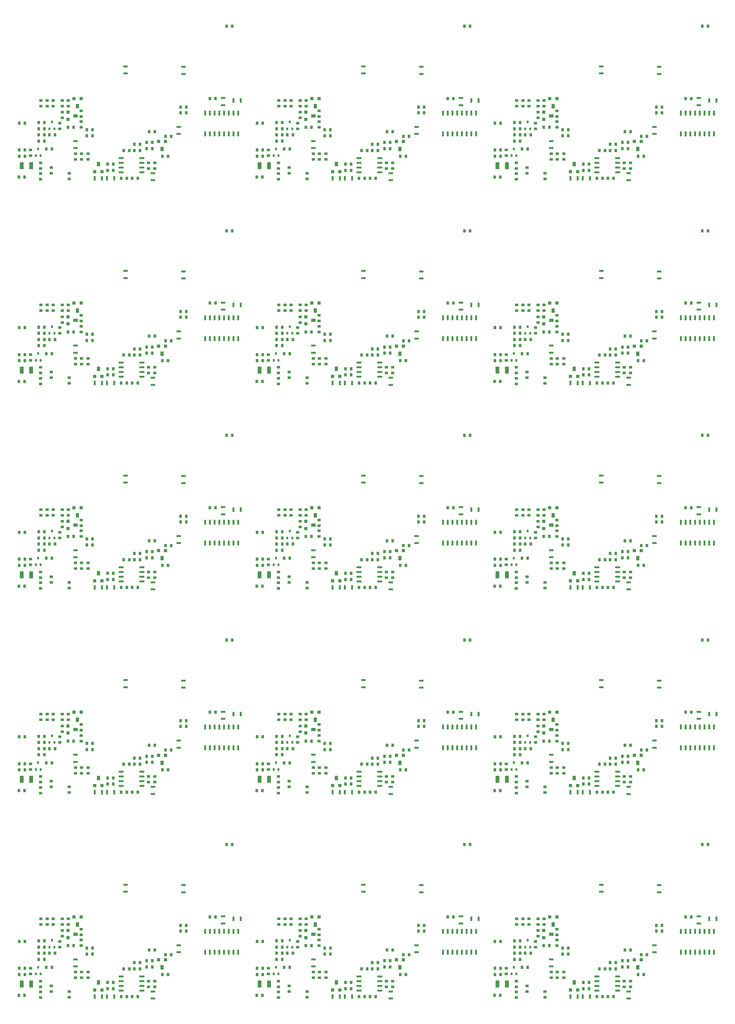
<source format=gtp>
*%FSLAX23Y23*%
*%MOIN*%
G01*
%ADD11C,0.003*%
%ADD12C,0.004*%
%ADD13C,0.005*%
%ADD14C,0.007*%
%ADD15C,0.008*%
%ADD16C,0.010*%
%ADD17C,0.012*%
%ADD18C,0.014*%
%ADD19C,0.016*%
%ADD20C,0.020*%
%ADD21O,0.020X0.056*%
%ADD22C,0.024*%
%ADD23O,0.024X0.060*%
%ADD24C,0.032*%
%ADD25C,0.035*%
%ADD26C,0.036*%
%ADD27C,0.039*%
%ADD28C,0.039*%
%ADD29C,0.047*%
%ADD30C,0.050*%
%ADD31C,0.051*%
%ADD32O,0.055X0.071*%
%ADD33O,0.056X0.020*%
%ADD34C,0.059*%
%ADD35O,0.060X0.024*%
%ADD36C,0.060*%
%ADD37C,0.063*%
%ADD38C,0.067*%
%ADD39C,0.068*%
%ADD40C,0.070*%
%ADD41C,0.071*%
%ADD42C,0.072*%
%ADD43C,0.076*%
%ADD44C,0.078*%
%ADD45C,0.079*%
%ADD46C,0.079*%
%ADD47C,0.080*%
%ADD48C,0.080*%
%ADD49C,0.087*%
%ADD50C,0.091*%
%ADD51C,0.098*%
%ADD52C,0.099*%
%ADD53C,0.100*%
%ADD54C,0.100*%
%ADD55C,0.103*%
%ADD56C,0.107*%
%ADD57C,0.157*%
%ADD58C,0.197*%
%ADD59R,0.023X0.028*%
%ADD60R,0.023X0.047*%
%ADD61R,0.025X0.030*%
%ADD62R,0.028X0.038*%
%ADD63R,0.030X0.040*%
%ADD64R,0.031X0.055*%
%ADD65R,0.036X0.036*%
%ADD66R,0.036X0.046*%
%ADD67R,0.038X0.028*%
%ADD68R,0.040X0.030*%
%ADD69R,0.040X0.040*%
%ADD70R,0.040X0.050*%
%ADD71R,0.042X0.072*%
%ADD72R,0.046X0.036*%
%ADD73R,0.047X0.023*%
%ADD74R,0.050X0.040*%
%ADD75R,0.050X0.080*%
%ADD76R,0.055X0.031*%
%ADD77R,0.063X0.063*%
%ADD78R,0.071X0.071*%
%ADD79R,0.078X0.078*%
%ADD80R,0.079X0.079*%
%ADD81R,0.098X0.098*%
D21*
X13405Y12022D02*
D03*
X13305D02*
D03*
X13405Y11802D02*
D03*
X13355Y12022D02*
D03*
Y11802D02*
D03*
X13555Y12022D02*
D03*
X13505D02*
D03*
X13455D02*
D03*
X13555Y11802D02*
D03*
X13505D02*
D03*
X13455D02*
D03*
X13255D02*
D03*
X13305D02*
D03*
X13255Y12022D02*
D03*
X13205D02*
D03*
Y11802D02*
D03*
X10885Y12022D02*
D03*
X10785D02*
D03*
X10885Y11802D02*
D03*
X10835Y12022D02*
D03*
Y11802D02*
D03*
X11035Y12022D02*
D03*
X10985D02*
D03*
X10935D02*
D03*
X11035Y11802D02*
D03*
X10985D02*
D03*
X10935D02*
D03*
X10735D02*
D03*
X10785D02*
D03*
X10735Y12022D02*
D03*
X10685D02*
D03*
Y11802D02*
D03*
X8365Y12022D02*
D03*
X8265D02*
D03*
X8365Y11802D02*
D03*
X8315Y12022D02*
D03*
Y11802D02*
D03*
X8515Y12022D02*
D03*
X8465D02*
D03*
X8415D02*
D03*
X8515Y11802D02*
D03*
X8465D02*
D03*
X8415D02*
D03*
X8215D02*
D03*
X8265D02*
D03*
X8215Y12022D02*
D03*
X8165D02*
D03*
Y11802D02*
D03*
X13405Y9857D02*
D03*
X13305D02*
D03*
X13405Y9637D02*
D03*
X13355Y9857D02*
D03*
Y9637D02*
D03*
X13555Y9857D02*
D03*
X13505D02*
D03*
X13455D02*
D03*
X13555Y9637D02*
D03*
X13505D02*
D03*
X13455D02*
D03*
X13255D02*
D03*
X13305D02*
D03*
X13255Y9857D02*
D03*
X13205D02*
D03*
Y9637D02*
D03*
X10885Y9857D02*
D03*
X10785D02*
D03*
X10885Y9637D02*
D03*
X10835Y9857D02*
D03*
Y9637D02*
D03*
X11035Y9857D02*
D03*
X10985D02*
D03*
X10935D02*
D03*
X11035Y9637D02*
D03*
X10985D02*
D03*
X10935D02*
D03*
X10735D02*
D03*
X10785D02*
D03*
X10735Y9857D02*
D03*
X10685D02*
D03*
Y9637D02*
D03*
X8365Y9857D02*
D03*
X8265D02*
D03*
X8365Y9637D02*
D03*
X8315Y9857D02*
D03*
Y9637D02*
D03*
X8515Y9857D02*
D03*
X8465D02*
D03*
X8415D02*
D03*
X8515Y9637D02*
D03*
X8465D02*
D03*
X8415D02*
D03*
X8215D02*
D03*
X8265D02*
D03*
X8215Y9857D02*
D03*
X8165D02*
D03*
Y9637D02*
D03*
X13405Y7692D02*
D03*
X13305D02*
D03*
X13405Y7472D02*
D03*
X13355Y7692D02*
D03*
Y7472D02*
D03*
X13555Y7692D02*
D03*
X13505D02*
D03*
X13455D02*
D03*
X13555Y7472D02*
D03*
X13505D02*
D03*
X13455D02*
D03*
X13255D02*
D03*
X13305D02*
D03*
X13255Y7692D02*
D03*
X13205D02*
D03*
Y7472D02*
D03*
X10885Y7692D02*
D03*
X10785D02*
D03*
X10885Y7472D02*
D03*
X10835Y7692D02*
D03*
Y7472D02*
D03*
X11035Y7692D02*
D03*
X10985D02*
D03*
X10935D02*
D03*
X11035Y7472D02*
D03*
X10985D02*
D03*
X10935D02*
D03*
X10735D02*
D03*
X10785D02*
D03*
X10735Y7692D02*
D03*
X10685D02*
D03*
Y7472D02*
D03*
X8365Y7692D02*
D03*
X8265D02*
D03*
X8365Y7472D02*
D03*
X8315Y7692D02*
D03*
Y7472D02*
D03*
X8515Y7692D02*
D03*
X8465D02*
D03*
X8415D02*
D03*
X8515Y7472D02*
D03*
X8465D02*
D03*
X8415D02*
D03*
X8215D02*
D03*
X8265D02*
D03*
X8215Y7692D02*
D03*
X8165D02*
D03*
Y7472D02*
D03*
X13405Y5527D02*
D03*
X13305D02*
D03*
X13405Y5307D02*
D03*
X13355Y5527D02*
D03*
Y5307D02*
D03*
X13555Y5527D02*
D03*
X13505D02*
D03*
X13455D02*
D03*
X13555Y5307D02*
D03*
X13505D02*
D03*
X13455D02*
D03*
X13255D02*
D03*
X13305D02*
D03*
X13255Y5527D02*
D03*
X13205D02*
D03*
Y5307D02*
D03*
X10885Y5527D02*
D03*
X10785D02*
D03*
X10885Y5307D02*
D03*
X10835Y5527D02*
D03*
Y5307D02*
D03*
X11035Y5527D02*
D03*
X10985D02*
D03*
X10935D02*
D03*
X11035Y5307D02*
D03*
X10985D02*
D03*
X10935D02*
D03*
X10735D02*
D03*
X10785D02*
D03*
X10735Y5527D02*
D03*
X10685D02*
D03*
Y5307D02*
D03*
X8365Y5527D02*
D03*
X8265D02*
D03*
X8365Y5307D02*
D03*
X8315Y5527D02*
D03*
Y5307D02*
D03*
X8515Y5527D02*
D03*
X8465D02*
D03*
X8415D02*
D03*
X8515Y5307D02*
D03*
X8465D02*
D03*
X8415D02*
D03*
X8215D02*
D03*
X8265D02*
D03*
X8215Y5527D02*
D03*
X8165D02*
D03*
Y5307D02*
D03*
X13405Y3362D02*
D03*
X13305D02*
D03*
X13405Y3142D02*
D03*
X13355Y3362D02*
D03*
Y3142D02*
D03*
X13555Y3362D02*
D03*
X13505D02*
D03*
X13455D02*
D03*
X13555Y3142D02*
D03*
X13505D02*
D03*
X13455D02*
D03*
X13255D02*
D03*
X13305D02*
D03*
X13255Y3362D02*
D03*
X13205D02*
D03*
Y3142D02*
D03*
X10885Y3362D02*
D03*
X10785D02*
D03*
X10885Y3142D02*
D03*
X10835Y3362D02*
D03*
Y3142D02*
D03*
X11035Y3362D02*
D03*
X10985D02*
D03*
X10935D02*
D03*
X11035Y3142D02*
D03*
X10985D02*
D03*
X10935D02*
D03*
X10735D02*
D03*
X10785D02*
D03*
X10735Y3362D02*
D03*
X10685D02*
D03*
Y3142D02*
D03*
X8165D02*
D03*
Y3362D02*
D03*
X8215D02*
D03*
X8265Y3142D02*
D03*
X8215D02*
D03*
X8415D02*
D03*
X8465D02*
D03*
X8515D02*
D03*
X8415Y3362D02*
D03*
X8465D02*
D03*
X8515D02*
D03*
X8315Y3142D02*
D03*
Y3362D02*
D03*
X8365Y3142D02*
D03*
X8265Y3362D02*
D03*
X8365D02*
D03*
D33*
X12315Y11497D02*
D03*
Y11447D02*
D03*
Y11397D02*
D03*
X12535D02*
D03*
Y11447D02*
D03*
Y11497D02*
D03*
Y11547D02*
D03*
X12315D02*
D03*
X9795Y11497D02*
D03*
Y11447D02*
D03*
Y11397D02*
D03*
X10015D02*
D03*
Y11447D02*
D03*
Y11497D02*
D03*
Y11547D02*
D03*
X9795D02*
D03*
X7275Y11497D02*
D03*
Y11447D02*
D03*
Y11397D02*
D03*
X7495D02*
D03*
Y11447D02*
D03*
Y11497D02*
D03*
Y11547D02*
D03*
X7275D02*
D03*
X12315Y9332D02*
D03*
Y9282D02*
D03*
Y9232D02*
D03*
X12535D02*
D03*
Y9282D02*
D03*
Y9332D02*
D03*
Y9382D02*
D03*
X12315D02*
D03*
X9795Y9332D02*
D03*
Y9282D02*
D03*
Y9232D02*
D03*
X10015D02*
D03*
Y9282D02*
D03*
Y9332D02*
D03*
Y9382D02*
D03*
X9795D02*
D03*
X7275Y9332D02*
D03*
Y9282D02*
D03*
Y9232D02*
D03*
X7495D02*
D03*
Y9282D02*
D03*
Y9332D02*
D03*
Y9382D02*
D03*
X7275D02*
D03*
X12315Y7167D02*
D03*
Y7117D02*
D03*
Y7067D02*
D03*
X12535D02*
D03*
Y7117D02*
D03*
Y7167D02*
D03*
Y7217D02*
D03*
X12315D02*
D03*
X9795Y7167D02*
D03*
Y7117D02*
D03*
Y7067D02*
D03*
X10015D02*
D03*
Y7117D02*
D03*
Y7167D02*
D03*
Y7217D02*
D03*
X9795D02*
D03*
X7275Y7167D02*
D03*
Y7117D02*
D03*
Y7067D02*
D03*
X7495D02*
D03*
Y7117D02*
D03*
Y7167D02*
D03*
Y7217D02*
D03*
X7275D02*
D03*
X12315Y5002D02*
D03*
Y4952D02*
D03*
Y4902D02*
D03*
X12535D02*
D03*
Y4952D02*
D03*
Y5002D02*
D03*
Y5052D02*
D03*
X12315D02*
D03*
X9795Y5002D02*
D03*
Y4952D02*
D03*
Y4902D02*
D03*
X10015D02*
D03*
Y4952D02*
D03*
Y5002D02*
D03*
Y5052D02*
D03*
X9795D02*
D03*
X7275Y5002D02*
D03*
Y4952D02*
D03*
Y4902D02*
D03*
X7495D02*
D03*
Y4952D02*
D03*
Y5002D02*
D03*
Y5052D02*
D03*
X7275D02*
D03*
X12315Y2837D02*
D03*
Y2787D02*
D03*
Y2737D02*
D03*
X12535D02*
D03*
Y2787D02*
D03*
Y2837D02*
D03*
Y2887D02*
D03*
X12315D02*
D03*
X9795Y2837D02*
D03*
Y2787D02*
D03*
Y2737D02*
D03*
X10015D02*
D03*
Y2787D02*
D03*
Y2837D02*
D03*
Y2887D02*
D03*
X9795D02*
D03*
X7275D02*
D03*
X7495D02*
D03*
Y2837D02*
D03*
Y2787D02*
D03*
Y2737D02*
D03*
X7275D02*
D03*
Y2787D02*
D03*
Y2837D02*
D03*
D59*
X11409Y11572D02*
D03*
X11435Y11643D02*
D03*
X11461Y11572D02*
D03*
X11606Y11857D02*
D03*
X11580Y11928D02*
D03*
X11554Y11857D02*
D03*
X8889Y11572D02*
D03*
X8915Y11643D02*
D03*
X8941Y11572D02*
D03*
X9086Y11857D02*
D03*
X9060Y11928D02*
D03*
X9034Y11857D02*
D03*
X6369Y11572D02*
D03*
X6395Y11643D02*
D03*
X6421Y11572D02*
D03*
X6566Y11857D02*
D03*
X6540Y11928D02*
D03*
X6514Y11857D02*
D03*
X11409Y9407D02*
D03*
X11435Y9478D02*
D03*
X11461Y9407D02*
D03*
X11606Y9692D02*
D03*
X11580Y9763D02*
D03*
X11554Y9692D02*
D03*
X8889Y9407D02*
D03*
X8915Y9478D02*
D03*
X8941Y9407D02*
D03*
X9086Y9692D02*
D03*
X9060Y9763D02*
D03*
X9034Y9692D02*
D03*
X6369Y9407D02*
D03*
X6395Y9478D02*
D03*
X6421Y9407D02*
D03*
X6566Y9692D02*
D03*
X6540Y9763D02*
D03*
X6514Y9692D02*
D03*
X11409Y7242D02*
D03*
X11435Y7313D02*
D03*
X11461Y7242D02*
D03*
X11606Y7527D02*
D03*
X11580Y7598D02*
D03*
X11554Y7527D02*
D03*
X8889Y7242D02*
D03*
X8915Y7313D02*
D03*
X8941Y7242D02*
D03*
X9086Y7527D02*
D03*
X9060Y7598D02*
D03*
X9034Y7527D02*
D03*
X6369Y7242D02*
D03*
X6395Y7313D02*
D03*
X6421Y7242D02*
D03*
X6566Y7527D02*
D03*
X6540Y7598D02*
D03*
X6514Y7527D02*
D03*
X11409Y5077D02*
D03*
X11435Y5148D02*
D03*
X11461Y5077D02*
D03*
X11606Y5362D02*
D03*
X11580Y5433D02*
D03*
X11554Y5362D02*
D03*
X8889Y5077D02*
D03*
X8915Y5148D02*
D03*
X8941Y5077D02*
D03*
X9086Y5362D02*
D03*
X9060Y5433D02*
D03*
X9034Y5362D02*
D03*
X6369Y5077D02*
D03*
X6395Y5148D02*
D03*
X6421Y5077D02*
D03*
X6566Y5362D02*
D03*
X6540Y5433D02*
D03*
X6514Y5362D02*
D03*
X11409Y2912D02*
D03*
X11435Y2983D02*
D03*
X11461Y2912D02*
D03*
X11606Y3197D02*
D03*
X11580Y3268D02*
D03*
X11554Y3197D02*
D03*
X8889Y2912D02*
D03*
X8915Y2983D02*
D03*
X8941Y2912D02*
D03*
X9086Y3197D02*
D03*
X9060Y3268D02*
D03*
X9034Y3197D02*
D03*
X6421Y2912D02*
D03*
X6395Y2983D02*
D03*
X6369Y2912D02*
D03*
X6514Y3197D02*
D03*
X6540Y3268D02*
D03*
X6566Y3197D02*
D03*
D60*
X12035Y11332D02*
D03*
X12110D02*
D03*
X12165D02*
D03*
X12240D02*
D03*
X13580Y12157D02*
D03*
X13505D02*
D03*
X9515Y11332D02*
D03*
X9590D02*
D03*
X9645D02*
D03*
X9720D02*
D03*
X11060Y12157D02*
D03*
X10985D02*
D03*
X6995Y11332D02*
D03*
X7070D02*
D03*
X7125D02*
D03*
X7200D02*
D03*
X8540Y12157D02*
D03*
X8465D02*
D03*
X12035Y9167D02*
D03*
X12110D02*
D03*
X12165D02*
D03*
X12240D02*
D03*
X13580Y9992D02*
D03*
X13505D02*
D03*
X9515Y9167D02*
D03*
X9590D02*
D03*
X9645D02*
D03*
X9720D02*
D03*
X11060Y9992D02*
D03*
X10985D02*
D03*
X6995Y9167D02*
D03*
X7070D02*
D03*
X7125D02*
D03*
X7200D02*
D03*
X8540Y9992D02*
D03*
X8465D02*
D03*
X12035Y7002D02*
D03*
X12110D02*
D03*
X12165D02*
D03*
X12240D02*
D03*
X13580Y7827D02*
D03*
X13505D02*
D03*
X9515Y7002D02*
D03*
X9590D02*
D03*
X9645D02*
D03*
X9720D02*
D03*
X11060Y7827D02*
D03*
X10985D02*
D03*
X6995Y7002D02*
D03*
X7070D02*
D03*
X7125D02*
D03*
X7200D02*
D03*
X8540Y7827D02*
D03*
X8465D02*
D03*
X12035Y4837D02*
D03*
X12110D02*
D03*
X12165D02*
D03*
X12240D02*
D03*
X13580Y5662D02*
D03*
X13505D02*
D03*
X9515Y4837D02*
D03*
X9590D02*
D03*
X9645D02*
D03*
X9720D02*
D03*
X11060Y5662D02*
D03*
X10985D02*
D03*
X6995Y4837D02*
D03*
X7070D02*
D03*
X7125D02*
D03*
X7200D02*
D03*
X8540Y5662D02*
D03*
X8465D02*
D03*
X12035Y2672D02*
D03*
X12110D02*
D03*
X12165D02*
D03*
X12240D02*
D03*
X13580Y3497D02*
D03*
X13505D02*
D03*
X9515Y2672D02*
D03*
X9590D02*
D03*
X9645D02*
D03*
X9720D02*
D03*
X11060Y3497D02*
D03*
X10985D02*
D03*
X7070Y2672D02*
D03*
X6995D02*
D03*
X7200D02*
D03*
X7125D02*
D03*
X8465Y3497D02*
D03*
X8540D02*
D03*
D62*
X12945Y12087D02*
D03*
X13005D02*
D03*
X11615Y11792D02*
D03*
X11555D02*
D03*
X11520Y11642D02*
D03*
X11580D02*
D03*
X11500Y11857D02*
D03*
X11440D02*
D03*
X12515Y11692D02*
D03*
X12455D02*
D03*
X11235Y11567D02*
D03*
X11295D02*
D03*
X11500Y11922D02*
D03*
X11440D02*
D03*
X11230Y11347D02*
D03*
X11290D02*
D03*
X11235Y11632D02*
D03*
X11295D02*
D03*
X13315Y12177D02*
D03*
X13255D02*
D03*
X13005Y12027D02*
D03*
X12945D02*
D03*
X12645Y11712D02*
D03*
X12585D02*
D03*
X11500Y11727D02*
D03*
X11440D02*
D03*
X11500Y11792D02*
D03*
X11440D02*
D03*
X11295Y11917D02*
D03*
X11235D02*
D03*
X12010Y11847D02*
D03*
X11950D02*
D03*
X12230Y11482D02*
D03*
X12170D02*
D03*
Y11417D02*
D03*
X12230D02*
D03*
X12610Y11827D02*
D03*
X12670D02*
D03*
X12430Y11332D02*
D03*
X12490D02*
D03*
X12375D02*
D03*
X12315D02*
D03*
X12585Y11647D02*
D03*
X12645D02*
D03*
X12010Y11782D02*
D03*
X11950D02*
D03*
X12810Y11567D02*
D03*
X12750D02*
D03*
X13430Y12942D02*
D03*
X13490D02*
D03*
X12455Y11627D02*
D03*
X12515D02*
D03*
X12340D02*
D03*
X12400D02*
D03*
X12845Y11777D02*
D03*
X12785D02*
D03*
X11750Y11872D02*
D03*
X11810D02*
D03*
X10425Y12087D02*
D03*
X10485D02*
D03*
X9095Y11792D02*
D03*
X9035D02*
D03*
X9000Y11642D02*
D03*
X9060D02*
D03*
X8980Y11857D02*
D03*
X8920D02*
D03*
X9995Y11692D02*
D03*
X9935D02*
D03*
X8715Y11567D02*
D03*
X8775D02*
D03*
X8980Y11922D02*
D03*
X8920D02*
D03*
X8710Y11347D02*
D03*
X8770D02*
D03*
X8715Y11632D02*
D03*
X8775D02*
D03*
X10795Y12177D02*
D03*
X10735D02*
D03*
X10485Y12027D02*
D03*
X10425D02*
D03*
X10125Y11712D02*
D03*
X10065D02*
D03*
X8980Y11727D02*
D03*
X8920D02*
D03*
X8980Y11792D02*
D03*
X8920D02*
D03*
X8775Y11917D02*
D03*
X8715D02*
D03*
X9490Y11847D02*
D03*
X9430D02*
D03*
X9710Y11482D02*
D03*
X9650D02*
D03*
Y11417D02*
D03*
X9710D02*
D03*
X10090Y11827D02*
D03*
X10150D02*
D03*
X9910Y11332D02*
D03*
X9970D02*
D03*
X9855D02*
D03*
X9795D02*
D03*
X10065Y11647D02*
D03*
X10125D02*
D03*
X9490Y11782D02*
D03*
X9430D02*
D03*
X10290Y11567D02*
D03*
X10230D02*
D03*
X10910Y12942D02*
D03*
X10970D02*
D03*
X9935Y11627D02*
D03*
X9995D02*
D03*
X9820D02*
D03*
X9880D02*
D03*
X10325Y11777D02*
D03*
X10265D02*
D03*
X9230Y11872D02*
D03*
X9290D02*
D03*
X7905Y12087D02*
D03*
X7965D02*
D03*
X6575Y11792D02*
D03*
X6515D02*
D03*
X6480Y11642D02*
D03*
X6540D02*
D03*
X6460Y11857D02*
D03*
X6400D02*
D03*
X7475Y11692D02*
D03*
X7415D02*
D03*
X6195Y11567D02*
D03*
X6255D02*
D03*
X6460Y11922D02*
D03*
X6400D02*
D03*
X6190Y11347D02*
D03*
X6250D02*
D03*
X6195Y11632D02*
D03*
X6255D02*
D03*
X8275Y12177D02*
D03*
X8215D02*
D03*
X7965Y12027D02*
D03*
X7905D02*
D03*
X7605Y11712D02*
D03*
X7545D02*
D03*
X6460Y11727D02*
D03*
X6400D02*
D03*
X6460Y11792D02*
D03*
X6400D02*
D03*
X6255Y11917D02*
D03*
X6195D02*
D03*
X6970Y11847D02*
D03*
X6910D02*
D03*
X7190Y11482D02*
D03*
X7130D02*
D03*
Y11417D02*
D03*
X7190D02*
D03*
X7570Y11827D02*
D03*
X7630D02*
D03*
X7390Y11332D02*
D03*
X7450D02*
D03*
X7335D02*
D03*
X7275D02*
D03*
X7545Y11647D02*
D03*
X7605D02*
D03*
X6970Y11782D02*
D03*
X6910D02*
D03*
X7770Y11567D02*
D03*
X7710D02*
D03*
X8390Y12942D02*
D03*
X8450D02*
D03*
X7415Y11627D02*
D03*
X7475D02*
D03*
X7300D02*
D03*
X7360D02*
D03*
X7805Y11777D02*
D03*
X7745D02*
D03*
X6710Y11872D02*
D03*
X6770D02*
D03*
X12945Y9922D02*
D03*
X13005D02*
D03*
X11615Y9627D02*
D03*
X11555D02*
D03*
X11520Y9477D02*
D03*
X11580D02*
D03*
X11500Y9692D02*
D03*
X11440D02*
D03*
X12515Y9527D02*
D03*
X12455D02*
D03*
X11235Y9402D02*
D03*
X11295D02*
D03*
X11500Y9757D02*
D03*
X11440D02*
D03*
X11230Y9182D02*
D03*
X11290D02*
D03*
X11235Y9467D02*
D03*
X11295D02*
D03*
X13315Y10012D02*
D03*
X13255D02*
D03*
X13005Y9862D02*
D03*
X12945D02*
D03*
X12645Y9547D02*
D03*
X12585D02*
D03*
X11500Y9562D02*
D03*
X11440D02*
D03*
X11500Y9627D02*
D03*
X11440D02*
D03*
X11295Y9752D02*
D03*
X11235D02*
D03*
X12010Y9682D02*
D03*
X11950D02*
D03*
X12230Y9317D02*
D03*
X12170D02*
D03*
Y9252D02*
D03*
X12230D02*
D03*
X12610Y9662D02*
D03*
X12670D02*
D03*
X12430Y9167D02*
D03*
X12490D02*
D03*
X12375D02*
D03*
X12315D02*
D03*
X12585Y9482D02*
D03*
X12645D02*
D03*
X12010Y9617D02*
D03*
X11950D02*
D03*
X12810Y9402D02*
D03*
X12750D02*
D03*
X13430Y10777D02*
D03*
X13490D02*
D03*
X12455Y9462D02*
D03*
X12515D02*
D03*
X12340D02*
D03*
X12400D02*
D03*
X12845Y9612D02*
D03*
X12785D02*
D03*
X11750Y9707D02*
D03*
X11810D02*
D03*
X10425Y9922D02*
D03*
X10485D02*
D03*
X9095Y9627D02*
D03*
X9035D02*
D03*
X9000Y9477D02*
D03*
X9060D02*
D03*
X8980Y9692D02*
D03*
X8920D02*
D03*
X9995Y9527D02*
D03*
X9935D02*
D03*
X8715Y9402D02*
D03*
X8775D02*
D03*
X8980Y9757D02*
D03*
X8920D02*
D03*
X8710Y9182D02*
D03*
X8770D02*
D03*
X8715Y9467D02*
D03*
X8775D02*
D03*
X10795Y10012D02*
D03*
X10735D02*
D03*
X10485Y9862D02*
D03*
X10425D02*
D03*
X10125Y9547D02*
D03*
X10065D02*
D03*
X8980Y9562D02*
D03*
X8920D02*
D03*
X8980Y9627D02*
D03*
X8920D02*
D03*
X8775Y9752D02*
D03*
X8715D02*
D03*
X9490Y9682D02*
D03*
X9430D02*
D03*
X9710Y9317D02*
D03*
X9650D02*
D03*
Y9252D02*
D03*
X9710D02*
D03*
X10090Y9662D02*
D03*
X10150D02*
D03*
X9910Y9167D02*
D03*
X9970D02*
D03*
X9855D02*
D03*
X9795D02*
D03*
X10065Y9482D02*
D03*
X10125D02*
D03*
X9490Y9617D02*
D03*
X9430D02*
D03*
X10290Y9402D02*
D03*
X10230D02*
D03*
X10910Y10777D02*
D03*
X10970D02*
D03*
X9935Y9462D02*
D03*
X9995D02*
D03*
X9820D02*
D03*
X9880D02*
D03*
X10325Y9612D02*
D03*
X10265D02*
D03*
X9230Y9707D02*
D03*
X9290D02*
D03*
X7905Y9922D02*
D03*
X7965D02*
D03*
X6575Y9627D02*
D03*
X6515D02*
D03*
X6480Y9477D02*
D03*
X6540D02*
D03*
X6460Y9692D02*
D03*
X6400D02*
D03*
X7475Y9527D02*
D03*
X7415D02*
D03*
X6195Y9402D02*
D03*
X6255D02*
D03*
X6460Y9757D02*
D03*
X6400D02*
D03*
X6190Y9182D02*
D03*
X6250D02*
D03*
X6195Y9467D02*
D03*
X6255D02*
D03*
X8275Y10012D02*
D03*
X8215D02*
D03*
X7965Y9862D02*
D03*
X7905D02*
D03*
X7605Y9547D02*
D03*
X7545D02*
D03*
X6460Y9562D02*
D03*
X6400D02*
D03*
X6460Y9627D02*
D03*
X6400D02*
D03*
X6255Y9752D02*
D03*
X6195D02*
D03*
X6970Y9682D02*
D03*
X6910D02*
D03*
X7190Y9317D02*
D03*
X7130D02*
D03*
Y9252D02*
D03*
X7190D02*
D03*
X7570Y9662D02*
D03*
X7630D02*
D03*
X7390Y9167D02*
D03*
X7450D02*
D03*
X7335D02*
D03*
X7275D02*
D03*
X7545Y9482D02*
D03*
X7605D02*
D03*
X6970Y9617D02*
D03*
X6910D02*
D03*
X7770Y9402D02*
D03*
X7710D02*
D03*
X8390Y10777D02*
D03*
X8450D02*
D03*
X7415Y9462D02*
D03*
X7475D02*
D03*
X7300D02*
D03*
X7360D02*
D03*
X7805Y9612D02*
D03*
X7745D02*
D03*
X6710Y9707D02*
D03*
X6770D02*
D03*
X12945Y7757D02*
D03*
X13005D02*
D03*
X11615Y7462D02*
D03*
X11555D02*
D03*
X11520Y7312D02*
D03*
X11580D02*
D03*
X11500Y7527D02*
D03*
X11440D02*
D03*
X12515Y7362D02*
D03*
X12455D02*
D03*
X11235Y7237D02*
D03*
X11295D02*
D03*
X11500Y7592D02*
D03*
X11440D02*
D03*
X11230Y7017D02*
D03*
X11290D02*
D03*
X11235Y7302D02*
D03*
X11295D02*
D03*
X13315Y7847D02*
D03*
X13255D02*
D03*
X13005Y7697D02*
D03*
X12945D02*
D03*
X12645Y7382D02*
D03*
X12585D02*
D03*
X11500Y7397D02*
D03*
X11440D02*
D03*
X11500Y7462D02*
D03*
X11440D02*
D03*
X11295Y7587D02*
D03*
X11235D02*
D03*
X12010Y7517D02*
D03*
X11950D02*
D03*
X12230Y7152D02*
D03*
X12170D02*
D03*
Y7087D02*
D03*
X12230D02*
D03*
X12610Y7497D02*
D03*
X12670D02*
D03*
X12430Y7002D02*
D03*
X12490D02*
D03*
X12375D02*
D03*
X12315D02*
D03*
X12585Y7317D02*
D03*
X12645D02*
D03*
X12010Y7452D02*
D03*
X11950D02*
D03*
X12810Y7237D02*
D03*
X12750D02*
D03*
X13430Y8612D02*
D03*
X13490D02*
D03*
X12455Y7297D02*
D03*
X12515D02*
D03*
X12340D02*
D03*
X12400D02*
D03*
X12845Y7447D02*
D03*
X12785D02*
D03*
X11750Y7542D02*
D03*
X11810D02*
D03*
X10425Y7757D02*
D03*
X10485D02*
D03*
X9095Y7462D02*
D03*
X9035D02*
D03*
X9000Y7312D02*
D03*
X9060D02*
D03*
X8980Y7527D02*
D03*
X8920D02*
D03*
X9995Y7362D02*
D03*
X9935D02*
D03*
X8715Y7237D02*
D03*
X8775D02*
D03*
X8980Y7592D02*
D03*
X8920D02*
D03*
X8710Y7017D02*
D03*
X8770D02*
D03*
X8715Y7302D02*
D03*
X8775D02*
D03*
X10795Y7847D02*
D03*
X10735D02*
D03*
X10485Y7697D02*
D03*
X10425D02*
D03*
X10125Y7382D02*
D03*
X10065D02*
D03*
X8980Y7397D02*
D03*
X8920D02*
D03*
X8980Y7462D02*
D03*
X8920D02*
D03*
X8775Y7587D02*
D03*
X8715D02*
D03*
X9490Y7517D02*
D03*
X9430D02*
D03*
X9710Y7152D02*
D03*
X9650D02*
D03*
Y7087D02*
D03*
X9710D02*
D03*
X10090Y7497D02*
D03*
X10150D02*
D03*
X9910Y7002D02*
D03*
X9970D02*
D03*
X9855D02*
D03*
X9795D02*
D03*
X10065Y7317D02*
D03*
X10125D02*
D03*
X9490Y7452D02*
D03*
X9430D02*
D03*
X10290Y7237D02*
D03*
X10230D02*
D03*
X10910Y8612D02*
D03*
X10970D02*
D03*
X9935Y7297D02*
D03*
X9995D02*
D03*
X9820D02*
D03*
X9880D02*
D03*
X10325Y7447D02*
D03*
X10265D02*
D03*
X9230Y7542D02*
D03*
X9290D02*
D03*
X7905Y7757D02*
D03*
X7965D02*
D03*
X6575Y7462D02*
D03*
X6515D02*
D03*
X6480Y7312D02*
D03*
X6540D02*
D03*
X6460Y7527D02*
D03*
X6400D02*
D03*
X7475Y7362D02*
D03*
X7415D02*
D03*
X6195Y7237D02*
D03*
X6255D02*
D03*
X6460Y7592D02*
D03*
X6400D02*
D03*
X6190Y7017D02*
D03*
X6250D02*
D03*
X6195Y7302D02*
D03*
X6255D02*
D03*
X8275Y7847D02*
D03*
X8215D02*
D03*
X7965Y7697D02*
D03*
X7905D02*
D03*
X7605Y7382D02*
D03*
X7545D02*
D03*
X6460Y7397D02*
D03*
X6400D02*
D03*
X6460Y7462D02*
D03*
X6400D02*
D03*
X6255Y7587D02*
D03*
X6195D02*
D03*
X6970Y7517D02*
D03*
X6910D02*
D03*
X7190Y7152D02*
D03*
X7130D02*
D03*
Y7087D02*
D03*
X7190D02*
D03*
X7570Y7497D02*
D03*
X7630D02*
D03*
X7390Y7002D02*
D03*
X7450D02*
D03*
X7335D02*
D03*
X7275D02*
D03*
X7545Y7317D02*
D03*
X7605D02*
D03*
X6970Y7452D02*
D03*
X6910D02*
D03*
X7770Y7237D02*
D03*
X7710D02*
D03*
X8390Y8612D02*
D03*
X8450D02*
D03*
X7415Y7297D02*
D03*
X7475D02*
D03*
X7300D02*
D03*
X7360D02*
D03*
X7805Y7447D02*
D03*
X7745D02*
D03*
X6710Y7542D02*
D03*
X6770D02*
D03*
X12945Y5592D02*
D03*
X13005D02*
D03*
X11615Y5297D02*
D03*
X11555D02*
D03*
X11520Y5147D02*
D03*
X11580D02*
D03*
X11500Y5362D02*
D03*
X11440D02*
D03*
X12515Y5197D02*
D03*
X12455D02*
D03*
X11235Y5072D02*
D03*
X11295D02*
D03*
X11500Y5427D02*
D03*
X11440D02*
D03*
X11230Y4852D02*
D03*
X11290D02*
D03*
X11235Y5137D02*
D03*
X11295D02*
D03*
X13315Y5682D02*
D03*
X13255D02*
D03*
X13005Y5532D02*
D03*
X12945D02*
D03*
X12645Y5217D02*
D03*
X12585D02*
D03*
X11500Y5232D02*
D03*
X11440D02*
D03*
X11500Y5297D02*
D03*
X11440D02*
D03*
X11295Y5422D02*
D03*
X11235D02*
D03*
X12010Y5352D02*
D03*
X11950D02*
D03*
X12230Y4987D02*
D03*
X12170D02*
D03*
Y4922D02*
D03*
X12230D02*
D03*
X12610Y5332D02*
D03*
X12670D02*
D03*
X12430Y4837D02*
D03*
X12490D02*
D03*
X12375D02*
D03*
X12315D02*
D03*
X12585Y5152D02*
D03*
X12645D02*
D03*
X12010Y5287D02*
D03*
X11950D02*
D03*
X12810Y5072D02*
D03*
X12750D02*
D03*
X13430Y6447D02*
D03*
X13490D02*
D03*
X12455Y5132D02*
D03*
X12515D02*
D03*
X12340D02*
D03*
X12400D02*
D03*
X12845Y5282D02*
D03*
X12785D02*
D03*
X11750Y5377D02*
D03*
X11810D02*
D03*
X10425Y5592D02*
D03*
X10485D02*
D03*
X9095Y5297D02*
D03*
X9035D02*
D03*
X9000Y5147D02*
D03*
X9060D02*
D03*
X8980Y5362D02*
D03*
X8920D02*
D03*
X9995Y5197D02*
D03*
X9935D02*
D03*
X8715Y5072D02*
D03*
X8775D02*
D03*
X8980Y5427D02*
D03*
X8920D02*
D03*
X8710Y4852D02*
D03*
X8770D02*
D03*
X8715Y5137D02*
D03*
X8775D02*
D03*
X10795Y5682D02*
D03*
X10735D02*
D03*
X10485Y5532D02*
D03*
X10425D02*
D03*
X10125Y5217D02*
D03*
X10065D02*
D03*
X8980Y5232D02*
D03*
X8920D02*
D03*
X8980Y5297D02*
D03*
X8920D02*
D03*
X8775Y5422D02*
D03*
X8715D02*
D03*
X9490Y5352D02*
D03*
X9430D02*
D03*
X9710Y4987D02*
D03*
X9650D02*
D03*
Y4922D02*
D03*
X9710D02*
D03*
X10090Y5332D02*
D03*
X10150D02*
D03*
X9910Y4837D02*
D03*
X9970D02*
D03*
X9855D02*
D03*
X9795D02*
D03*
X10065Y5152D02*
D03*
X10125D02*
D03*
X9490Y5287D02*
D03*
X9430D02*
D03*
X10290Y5072D02*
D03*
X10230D02*
D03*
X10910Y6447D02*
D03*
X10970D02*
D03*
X9935Y5132D02*
D03*
X9995D02*
D03*
X9820D02*
D03*
X9880D02*
D03*
X10325Y5282D02*
D03*
X10265D02*
D03*
X9230Y5377D02*
D03*
X9290D02*
D03*
X7905Y5592D02*
D03*
X7965D02*
D03*
X6575Y5297D02*
D03*
X6515D02*
D03*
X6480Y5147D02*
D03*
X6540D02*
D03*
X6460Y5362D02*
D03*
X6400D02*
D03*
X7475Y5197D02*
D03*
X7415D02*
D03*
X6195Y5072D02*
D03*
X6255D02*
D03*
X6460Y5427D02*
D03*
X6400D02*
D03*
X6190Y4852D02*
D03*
X6250D02*
D03*
X6195Y5137D02*
D03*
X6255D02*
D03*
X8275Y5682D02*
D03*
X8215D02*
D03*
X7965Y5532D02*
D03*
X7905D02*
D03*
X7605Y5217D02*
D03*
X7545D02*
D03*
X6460Y5232D02*
D03*
X6400D02*
D03*
X6460Y5297D02*
D03*
X6400D02*
D03*
X6255Y5422D02*
D03*
X6195D02*
D03*
X6970Y5352D02*
D03*
X6910D02*
D03*
X7190Y4987D02*
D03*
X7130D02*
D03*
Y4922D02*
D03*
X7190D02*
D03*
X7570Y5332D02*
D03*
X7630D02*
D03*
X7390Y4837D02*
D03*
X7450D02*
D03*
X7335D02*
D03*
X7275D02*
D03*
X7545Y5152D02*
D03*
X7605D02*
D03*
X6970Y5287D02*
D03*
X6910D02*
D03*
X7770Y5072D02*
D03*
X7710D02*
D03*
X8390Y6447D02*
D03*
X8450D02*
D03*
X7415Y5132D02*
D03*
X7475D02*
D03*
X7300D02*
D03*
X7360D02*
D03*
X7805Y5282D02*
D03*
X7745D02*
D03*
X6710Y5377D02*
D03*
X6770D02*
D03*
X12945Y3427D02*
D03*
X13005D02*
D03*
X11615Y3132D02*
D03*
X11555D02*
D03*
X11520Y2982D02*
D03*
X11580D02*
D03*
X11500Y3197D02*
D03*
X11440D02*
D03*
X12515Y3032D02*
D03*
X12455D02*
D03*
X11235Y2907D02*
D03*
X11295D02*
D03*
X11500Y3262D02*
D03*
X11440D02*
D03*
X11230Y2687D02*
D03*
X11290D02*
D03*
X11235Y2972D02*
D03*
X11295D02*
D03*
X13315Y3517D02*
D03*
X13255D02*
D03*
X13005Y3367D02*
D03*
X12945D02*
D03*
X12645Y3052D02*
D03*
X12585D02*
D03*
X11500Y3067D02*
D03*
X11440D02*
D03*
X11500Y3132D02*
D03*
X11440D02*
D03*
X11295Y3257D02*
D03*
X11235D02*
D03*
X12010Y3187D02*
D03*
X11950D02*
D03*
X12230Y2822D02*
D03*
X12170D02*
D03*
Y2757D02*
D03*
X12230D02*
D03*
X12610Y3167D02*
D03*
X12670D02*
D03*
X12430Y2672D02*
D03*
X12490D02*
D03*
X12375D02*
D03*
X12315D02*
D03*
X12585Y2987D02*
D03*
X12645D02*
D03*
X12010Y3122D02*
D03*
X11950D02*
D03*
X12810Y2907D02*
D03*
X12750D02*
D03*
X13430Y4282D02*
D03*
X13490D02*
D03*
X12455Y2967D02*
D03*
X12515D02*
D03*
X12340D02*
D03*
X12400D02*
D03*
X12845Y3117D02*
D03*
X12785D02*
D03*
X11750Y3212D02*
D03*
X11810D02*
D03*
X10425Y3427D02*
D03*
X10485D02*
D03*
X9095Y3132D02*
D03*
X9035D02*
D03*
X9000Y2982D02*
D03*
X9060D02*
D03*
X8980Y3197D02*
D03*
X8920D02*
D03*
X9995Y3032D02*
D03*
X9935D02*
D03*
X8715Y2907D02*
D03*
X8775D02*
D03*
X8980Y3262D02*
D03*
X8920D02*
D03*
X8710Y2687D02*
D03*
X8770D02*
D03*
X8715Y2972D02*
D03*
X8775D02*
D03*
X10795Y3517D02*
D03*
X10735D02*
D03*
X10485Y3367D02*
D03*
X10425D02*
D03*
X10125Y3052D02*
D03*
X10065D02*
D03*
X8980Y3067D02*
D03*
X8920D02*
D03*
X8980Y3132D02*
D03*
X8920D02*
D03*
X8775Y3257D02*
D03*
X8715D02*
D03*
X9490Y3187D02*
D03*
X9430D02*
D03*
X9710Y2822D02*
D03*
X9650D02*
D03*
Y2757D02*
D03*
X9710D02*
D03*
X10090Y3167D02*
D03*
X10150D02*
D03*
X9910Y2672D02*
D03*
X9970D02*
D03*
X9855D02*
D03*
X9795D02*
D03*
X10065Y2987D02*
D03*
X10125D02*
D03*
X9490Y3122D02*
D03*
X9430D02*
D03*
X10290Y2907D02*
D03*
X10230D02*
D03*
X10910Y4282D02*
D03*
X10970D02*
D03*
X9935Y2967D02*
D03*
X9995D02*
D03*
X9820D02*
D03*
X9880D02*
D03*
X10325Y3117D02*
D03*
X10265D02*
D03*
X9230Y3212D02*
D03*
X9290D02*
D03*
X7965Y3427D02*
D03*
X7905D02*
D03*
X6515Y3132D02*
D03*
X6575D02*
D03*
X6540Y2982D02*
D03*
X6480D02*
D03*
X6400Y3197D02*
D03*
X6460D02*
D03*
X7415Y3032D02*
D03*
X7475D02*
D03*
X6255Y2907D02*
D03*
X6195D02*
D03*
X6400Y3262D02*
D03*
X6460D02*
D03*
X6250Y2687D02*
D03*
X6190D02*
D03*
X6255Y2972D02*
D03*
X6195D02*
D03*
X8215Y3517D02*
D03*
X8275D02*
D03*
X7905Y3367D02*
D03*
X7965D02*
D03*
X7545Y3052D02*
D03*
X7605D02*
D03*
X6400Y3067D02*
D03*
X6460D02*
D03*
X6400Y3132D02*
D03*
X6460D02*
D03*
X6195Y3257D02*
D03*
X6255D02*
D03*
X6910Y3187D02*
D03*
X6970D02*
D03*
X7130Y2822D02*
D03*
X7190D02*
D03*
Y2757D02*
D03*
X7130D02*
D03*
X7630Y3167D02*
D03*
X7570D02*
D03*
X7450Y2672D02*
D03*
X7390D02*
D03*
X7275D02*
D03*
X7335D02*
D03*
X7605Y2987D02*
D03*
X7545D02*
D03*
X6910Y3122D02*
D03*
X6970D02*
D03*
X7710Y2907D02*
D03*
X7770D02*
D03*
X8450Y4282D02*
D03*
X8390D02*
D03*
X7475Y2967D02*
D03*
X7415D02*
D03*
X7360D02*
D03*
X7300D02*
D03*
X7745Y3117D02*
D03*
X7805D02*
D03*
X6770Y3212D02*
D03*
X6710D02*
D03*
D65*
X11890Y12177D02*
D03*
X11815D02*
D03*
X11750Y12032D02*
D03*
Y11957D02*
D03*
X12035Y11402D02*
D03*
X12110D02*
D03*
X12710Y11722D02*
D03*
X12785D02*
D03*
X9370Y12177D02*
D03*
X9295D02*
D03*
X9230Y12032D02*
D03*
Y11957D02*
D03*
X9515Y11402D02*
D03*
X9590D02*
D03*
X10190Y11722D02*
D03*
X10265D02*
D03*
X6850Y12177D02*
D03*
X6775D02*
D03*
X6710Y12032D02*
D03*
Y11957D02*
D03*
X6995Y11402D02*
D03*
X7070D02*
D03*
X7670Y11722D02*
D03*
X7745D02*
D03*
X11890Y10012D02*
D03*
X11815D02*
D03*
X11750Y9867D02*
D03*
Y9792D02*
D03*
X12035Y9237D02*
D03*
X12110D02*
D03*
X12710Y9557D02*
D03*
X12785D02*
D03*
X9370Y10012D02*
D03*
X9295D02*
D03*
X9230Y9867D02*
D03*
Y9792D02*
D03*
X9515Y9237D02*
D03*
X9590D02*
D03*
X10190Y9557D02*
D03*
X10265D02*
D03*
X6850Y10012D02*
D03*
X6775D02*
D03*
X6710Y9867D02*
D03*
Y9792D02*
D03*
X6995Y9237D02*
D03*
X7070D02*
D03*
X7670Y9557D02*
D03*
X7745D02*
D03*
X11890Y7847D02*
D03*
X11815D02*
D03*
X11750Y7702D02*
D03*
Y7627D02*
D03*
X12035Y7072D02*
D03*
X12110D02*
D03*
X12710Y7392D02*
D03*
X12785D02*
D03*
X9370Y7847D02*
D03*
X9295D02*
D03*
X9230Y7702D02*
D03*
Y7627D02*
D03*
X9515Y7072D02*
D03*
X9590D02*
D03*
X10190Y7392D02*
D03*
X10265D02*
D03*
X6850Y7847D02*
D03*
X6775D02*
D03*
X6710Y7702D02*
D03*
Y7627D02*
D03*
X6995Y7072D02*
D03*
X7070D02*
D03*
X7670Y7392D02*
D03*
X7745D02*
D03*
X11890Y5682D02*
D03*
X11815D02*
D03*
X11750Y5537D02*
D03*
Y5462D02*
D03*
X12035Y4907D02*
D03*
X12110D02*
D03*
X12710Y5227D02*
D03*
X12785D02*
D03*
X9370Y5682D02*
D03*
X9295D02*
D03*
X9230Y5537D02*
D03*
Y5462D02*
D03*
X9515Y4907D02*
D03*
X9590D02*
D03*
X10190Y5227D02*
D03*
X10265D02*
D03*
X6850Y5682D02*
D03*
X6775D02*
D03*
X6710Y5537D02*
D03*
Y5462D02*
D03*
X6995Y4907D02*
D03*
X7070D02*
D03*
X7670Y5227D02*
D03*
X7745D02*
D03*
X11890Y3517D02*
D03*
X11815D02*
D03*
X11750Y3372D02*
D03*
Y3297D02*
D03*
X12035Y2742D02*
D03*
X12110D02*
D03*
X12710Y3062D02*
D03*
X12785D02*
D03*
X9370Y3517D02*
D03*
X9295D02*
D03*
X9230Y3372D02*
D03*
Y3297D02*
D03*
X9515Y2742D02*
D03*
X9590D02*
D03*
X10190Y3062D02*
D03*
X10265D02*
D03*
X6775Y3517D02*
D03*
X6850D02*
D03*
X6710Y3297D02*
D03*
Y3372D02*
D03*
X7070Y2742D02*
D03*
X6995D02*
D03*
X7745Y3062D02*
D03*
X7670D02*
D03*
D66*
X11852Y12097D02*
D03*
X12073Y11482D02*
D03*
X12747Y11642D02*
D03*
X9332Y12097D02*
D03*
X9553Y11482D02*
D03*
X10227Y11642D02*
D03*
X6812Y12097D02*
D03*
X7033Y11482D02*
D03*
X7707Y11642D02*
D03*
X11852Y9932D02*
D03*
X12073Y9317D02*
D03*
X12747Y9477D02*
D03*
X9332Y9932D02*
D03*
X9553Y9317D02*
D03*
X10227Y9477D02*
D03*
X6812Y9932D02*
D03*
X7033Y9317D02*
D03*
X7707Y9477D02*
D03*
X11852Y7767D02*
D03*
X12073Y7152D02*
D03*
X12747Y7312D02*
D03*
X9332Y7767D02*
D03*
X9553Y7152D02*
D03*
X10227Y7312D02*
D03*
X6812Y7767D02*
D03*
X7033Y7152D02*
D03*
X7707Y7312D02*
D03*
X11852Y5602D02*
D03*
X12073Y4987D02*
D03*
X12747Y5147D02*
D03*
X9332Y5602D02*
D03*
X9553Y4987D02*
D03*
X10227Y5147D02*
D03*
X6812Y5602D02*
D03*
X7033Y4987D02*
D03*
X7707Y5147D02*
D03*
X11852Y3437D02*
D03*
X12073Y2822D02*
D03*
X12747Y2982D02*
D03*
X9332Y3437D02*
D03*
X9553Y2822D02*
D03*
X10227Y2982D02*
D03*
X6812Y3437D02*
D03*
X7033Y2822D02*
D03*
X7707Y2982D02*
D03*
D67*
X11665Y11917D02*
D03*
Y11857D02*
D03*
X11460Y11437D02*
D03*
Y11497D02*
D03*
Y11322D02*
D03*
Y11382D02*
D03*
X11355Y11632D02*
D03*
Y11572D02*
D03*
X11755Y12157D02*
D03*
Y12097D02*
D03*
X11575Y11387D02*
D03*
Y11447D02*
D03*
X11765Y11387D02*
D03*
Y11327D02*
D03*
X11895Y11532D02*
D03*
Y11592D02*
D03*
X11690Y12157D02*
D03*
Y12097D02*
D03*
X11830Y11592D02*
D03*
Y11532D02*
D03*
X11690Y12032D02*
D03*
Y11972D02*
D03*
X12605Y11497D02*
D03*
Y11437D02*
D03*
X11890Y11872D02*
D03*
Y11932D02*
D03*
Y11987D02*
D03*
Y12047D02*
D03*
X12670Y11497D02*
D03*
Y11437D02*
D03*
X11595Y12097D02*
D03*
Y12157D02*
D03*
X11965Y11592D02*
D03*
Y11532D02*
D03*
X11530Y12157D02*
D03*
Y12097D02*
D03*
X11465D02*
D03*
Y12157D02*
D03*
X9145Y11917D02*
D03*
Y11857D02*
D03*
X8940Y11437D02*
D03*
Y11497D02*
D03*
Y11322D02*
D03*
Y11382D02*
D03*
X8835Y11632D02*
D03*
Y11572D02*
D03*
X9235Y12157D02*
D03*
Y12097D02*
D03*
X9055Y11387D02*
D03*
Y11447D02*
D03*
X9245Y11387D02*
D03*
Y11327D02*
D03*
X9375Y11532D02*
D03*
Y11592D02*
D03*
X9170Y12157D02*
D03*
Y12097D02*
D03*
X9310Y11592D02*
D03*
Y11532D02*
D03*
X9170Y12032D02*
D03*
Y11972D02*
D03*
X10085Y11497D02*
D03*
Y11437D02*
D03*
X9370Y11872D02*
D03*
Y11932D02*
D03*
Y11987D02*
D03*
Y12047D02*
D03*
X10150Y11497D02*
D03*
Y11437D02*
D03*
X9075Y12097D02*
D03*
Y12157D02*
D03*
X9445Y11592D02*
D03*
Y11532D02*
D03*
X9010Y12157D02*
D03*
Y12097D02*
D03*
X8945D02*
D03*
Y12157D02*
D03*
X6625Y11917D02*
D03*
Y11857D02*
D03*
X6420Y11437D02*
D03*
Y11497D02*
D03*
Y11322D02*
D03*
Y11382D02*
D03*
X6315Y11632D02*
D03*
Y11572D02*
D03*
X6715Y12157D02*
D03*
Y12097D02*
D03*
X6535Y11387D02*
D03*
Y11447D02*
D03*
X6725Y11387D02*
D03*
Y11327D02*
D03*
X6855Y11532D02*
D03*
Y11592D02*
D03*
X6650Y12157D02*
D03*
Y12097D02*
D03*
X6790Y11592D02*
D03*
Y11532D02*
D03*
X6650Y12032D02*
D03*
Y11972D02*
D03*
X7565Y11497D02*
D03*
Y11437D02*
D03*
X6850Y11872D02*
D03*
Y11932D02*
D03*
Y11987D02*
D03*
Y12047D02*
D03*
X7630Y11497D02*
D03*
Y11437D02*
D03*
X6555Y12097D02*
D03*
Y12157D02*
D03*
X6925Y11592D02*
D03*
Y11532D02*
D03*
X6490Y12157D02*
D03*
Y12097D02*
D03*
X6425D02*
D03*
Y12157D02*
D03*
X11665Y9752D02*
D03*
Y9692D02*
D03*
X11460Y9272D02*
D03*
Y9332D02*
D03*
Y9157D02*
D03*
Y9217D02*
D03*
X11355Y9467D02*
D03*
Y9407D02*
D03*
X11755Y9992D02*
D03*
Y9932D02*
D03*
X11575Y9222D02*
D03*
Y9282D02*
D03*
X11765Y9222D02*
D03*
Y9162D02*
D03*
X11895Y9367D02*
D03*
Y9427D02*
D03*
X11690Y9992D02*
D03*
Y9932D02*
D03*
X11830Y9427D02*
D03*
Y9367D02*
D03*
X11690Y9867D02*
D03*
Y9807D02*
D03*
X12605Y9332D02*
D03*
Y9272D02*
D03*
X11890Y9707D02*
D03*
Y9767D02*
D03*
Y9822D02*
D03*
Y9882D02*
D03*
X12670Y9332D02*
D03*
Y9272D02*
D03*
X11595Y9932D02*
D03*
Y9992D02*
D03*
X11965Y9427D02*
D03*
Y9367D02*
D03*
X11530Y9992D02*
D03*
Y9932D02*
D03*
X11465D02*
D03*
Y9992D02*
D03*
X9145Y9752D02*
D03*
Y9692D02*
D03*
X8940Y9272D02*
D03*
Y9332D02*
D03*
Y9157D02*
D03*
Y9217D02*
D03*
X8835Y9467D02*
D03*
Y9407D02*
D03*
X9235Y9992D02*
D03*
Y9932D02*
D03*
X9055Y9222D02*
D03*
Y9282D02*
D03*
X9245Y9222D02*
D03*
Y9162D02*
D03*
X9375Y9367D02*
D03*
Y9427D02*
D03*
X9170Y9992D02*
D03*
Y9932D02*
D03*
X9310Y9427D02*
D03*
Y9367D02*
D03*
X9170Y9867D02*
D03*
Y9807D02*
D03*
X10085Y9332D02*
D03*
Y9272D02*
D03*
X9370Y9707D02*
D03*
Y9767D02*
D03*
Y9822D02*
D03*
Y9882D02*
D03*
X10150Y9332D02*
D03*
Y9272D02*
D03*
X9075Y9932D02*
D03*
Y9992D02*
D03*
X9445Y9427D02*
D03*
Y9367D02*
D03*
X9010Y9992D02*
D03*
Y9932D02*
D03*
X8945D02*
D03*
Y9992D02*
D03*
X6625Y9752D02*
D03*
Y9692D02*
D03*
X6420Y9272D02*
D03*
Y9332D02*
D03*
Y9157D02*
D03*
Y9217D02*
D03*
X6315Y9467D02*
D03*
Y9407D02*
D03*
X6715Y9992D02*
D03*
Y9932D02*
D03*
X6535Y9222D02*
D03*
Y9282D02*
D03*
X6725Y9222D02*
D03*
Y9162D02*
D03*
X6855Y9367D02*
D03*
Y9427D02*
D03*
X6650Y9992D02*
D03*
Y9932D02*
D03*
X6790Y9427D02*
D03*
Y9367D02*
D03*
X6650Y9867D02*
D03*
Y9807D02*
D03*
X7565Y9332D02*
D03*
Y9272D02*
D03*
X6850Y9707D02*
D03*
Y9767D02*
D03*
Y9822D02*
D03*
Y9882D02*
D03*
X7630Y9332D02*
D03*
Y9272D02*
D03*
X6555Y9932D02*
D03*
Y9992D02*
D03*
X6925Y9427D02*
D03*
Y9367D02*
D03*
X6490Y9992D02*
D03*
Y9932D02*
D03*
X6425D02*
D03*
Y9992D02*
D03*
X11665Y7587D02*
D03*
Y7527D02*
D03*
X11460Y7107D02*
D03*
Y7167D02*
D03*
Y6992D02*
D03*
Y7052D02*
D03*
X11355Y7302D02*
D03*
Y7242D02*
D03*
X11755Y7827D02*
D03*
Y7767D02*
D03*
X11575Y7057D02*
D03*
Y7117D02*
D03*
X11765Y7057D02*
D03*
Y6997D02*
D03*
X11895Y7202D02*
D03*
Y7262D02*
D03*
X11690Y7827D02*
D03*
Y7767D02*
D03*
X11830Y7262D02*
D03*
Y7202D02*
D03*
X11690Y7702D02*
D03*
Y7642D02*
D03*
X12605Y7167D02*
D03*
Y7107D02*
D03*
X11890Y7542D02*
D03*
Y7602D02*
D03*
Y7657D02*
D03*
Y7717D02*
D03*
X12670Y7167D02*
D03*
Y7107D02*
D03*
X11595Y7767D02*
D03*
Y7827D02*
D03*
X11965Y7262D02*
D03*
Y7202D02*
D03*
X11530Y7827D02*
D03*
Y7767D02*
D03*
X11465D02*
D03*
Y7827D02*
D03*
X9145Y7587D02*
D03*
Y7527D02*
D03*
X8940Y7107D02*
D03*
Y7167D02*
D03*
Y6992D02*
D03*
Y7052D02*
D03*
X8835Y7302D02*
D03*
Y7242D02*
D03*
X9235Y7827D02*
D03*
Y7767D02*
D03*
X9055Y7057D02*
D03*
Y7117D02*
D03*
X9245Y7057D02*
D03*
Y6997D02*
D03*
X9375Y7202D02*
D03*
Y7262D02*
D03*
X9170Y7827D02*
D03*
Y7767D02*
D03*
X9310Y7262D02*
D03*
Y7202D02*
D03*
X9170Y7702D02*
D03*
Y7642D02*
D03*
X10085Y7167D02*
D03*
Y7107D02*
D03*
X9370Y7542D02*
D03*
Y7602D02*
D03*
Y7657D02*
D03*
Y7717D02*
D03*
X10150Y7167D02*
D03*
Y7107D02*
D03*
X9075Y7767D02*
D03*
Y7827D02*
D03*
X9445Y7262D02*
D03*
Y7202D02*
D03*
X9010Y7827D02*
D03*
Y7767D02*
D03*
X8945D02*
D03*
Y7827D02*
D03*
X6625Y7587D02*
D03*
Y7527D02*
D03*
X6420Y7107D02*
D03*
Y7167D02*
D03*
Y6992D02*
D03*
Y7052D02*
D03*
X6315Y7302D02*
D03*
Y7242D02*
D03*
X6715Y7827D02*
D03*
Y7767D02*
D03*
X6535Y7057D02*
D03*
Y7117D02*
D03*
X6725Y7057D02*
D03*
Y6997D02*
D03*
X6855Y7202D02*
D03*
Y7262D02*
D03*
X6650Y7827D02*
D03*
Y7767D02*
D03*
X6790Y7262D02*
D03*
Y7202D02*
D03*
X6650Y7702D02*
D03*
Y7642D02*
D03*
X7565Y7167D02*
D03*
Y7107D02*
D03*
X6850Y7542D02*
D03*
Y7602D02*
D03*
Y7657D02*
D03*
Y7717D02*
D03*
X7630Y7167D02*
D03*
Y7107D02*
D03*
X6555Y7767D02*
D03*
Y7827D02*
D03*
X6925Y7262D02*
D03*
Y7202D02*
D03*
X6490Y7827D02*
D03*
Y7767D02*
D03*
X6425D02*
D03*
Y7827D02*
D03*
X11665Y5422D02*
D03*
Y5362D02*
D03*
X11460Y4942D02*
D03*
Y5002D02*
D03*
Y4827D02*
D03*
Y4887D02*
D03*
X11355Y5137D02*
D03*
Y5077D02*
D03*
X11755Y5662D02*
D03*
Y5602D02*
D03*
X11575Y4892D02*
D03*
Y4952D02*
D03*
X11765Y4892D02*
D03*
Y4832D02*
D03*
X11895Y5037D02*
D03*
Y5097D02*
D03*
X11690Y5662D02*
D03*
Y5602D02*
D03*
X11830Y5097D02*
D03*
Y5037D02*
D03*
X11690Y5537D02*
D03*
Y5477D02*
D03*
X12605Y5002D02*
D03*
Y4942D02*
D03*
X11890Y5377D02*
D03*
Y5437D02*
D03*
Y5492D02*
D03*
Y5552D02*
D03*
X12670Y5002D02*
D03*
Y4942D02*
D03*
X11595Y5602D02*
D03*
Y5662D02*
D03*
X11965Y5097D02*
D03*
Y5037D02*
D03*
X11530Y5662D02*
D03*
Y5602D02*
D03*
X11465D02*
D03*
Y5662D02*
D03*
X9145Y5422D02*
D03*
Y5362D02*
D03*
X8940Y4942D02*
D03*
Y5002D02*
D03*
Y4827D02*
D03*
Y4887D02*
D03*
X8835Y5137D02*
D03*
Y5077D02*
D03*
X9235Y5662D02*
D03*
Y5602D02*
D03*
X9055Y4892D02*
D03*
Y4952D02*
D03*
X9245Y4892D02*
D03*
Y4832D02*
D03*
X9375Y5037D02*
D03*
Y5097D02*
D03*
X9170Y5662D02*
D03*
Y5602D02*
D03*
X9310Y5097D02*
D03*
Y5037D02*
D03*
X9170Y5537D02*
D03*
Y5477D02*
D03*
X10085Y5002D02*
D03*
Y4942D02*
D03*
X9370Y5377D02*
D03*
Y5437D02*
D03*
Y5492D02*
D03*
Y5552D02*
D03*
X10150Y5002D02*
D03*
Y4942D02*
D03*
X9075Y5602D02*
D03*
Y5662D02*
D03*
X9445Y5097D02*
D03*
Y5037D02*
D03*
X9010Y5662D02*
D03*
Y5602D02*
D03*
X8945D02*
D03*
Y5662D02*
D03*
X6625Y5422D02*
D03*
Y5362D02*
D03*
X6420Y4942D02*
D03*
Y5002D02*
D03*
Y4827D02*
D03*
Y4887D02*
D03*
X6315Y5137D02*
D03*
Y5077D02*
D03*
X6715Y5662D02*
D03*
Y5602D02*
D03*
X6535Y4892D02*
D03*
Y4952D02*
D03*
X6725Y4892D02*
D03*
Y4832D02*
D03*
X6855Y5037D02*
D03*
Y5097D02*
D03*
X6650Y5662D02*
D03*
Y5602D02*
D03*
X6790Y5097D02*
D03*
Y5037D02*
D03*
X6650Y5537D02*
D03*
Y5477D02*
D03*
X7565Y5002D02*
D03*
Y4942D02*
D03*
X6850Y5377D02*
D03*
Y5437D02*
D03*
Y5492D02*
D03*
Y5552D02*
D03*
X7630Y5002D02*
D03*
Y4942D02*
D03*
X6555Y5602D02*
D03*
Y5662D02*
D03*
X6925Y5097D02*
D03*
Y5037D02*
D03*
X6490Y5662D02*
D03*
Y5602D02*
D03*
X6425D02*
D03*
Y5662D02*
D03*
X11665Y3257D02*
D03*
Y3197D02*
D03*
X11460Y2777D02*
D03*
Y2837D02*
D03*
Y2662D02*
D03*
Y2722D02*
D03*
X11355Y2972D02*
D03*
Y2912D02*
D03*
X11755Y3497D02*
D03*
Y3437D02*
D03*
X11575Y2727D02*
D03*
Y2787D02*
D03*
X11765Y2727D02*
D03*
Y2667D02*
D03*
X11895Y2872D02*
D03*
Y2932D02*
D03*
X11690Y3497D02*
D03*
Y3437D02*
D03*
X11830Y2932D02*
D03*
Y2872D02*
D03*
X11690Y3372D02*
D03*
Y3312D02*
D03*
X12605Y2837D02*
D03*
Y2777D02*
D03*
X11890Y3212D02*
D03*
Y3272D02*
D03*
Y3327D02*
D03*
Y3387D02*
D03*
X12670Y2837D02*
D03*
Y2777D02*
D03*
X11595Y3437D02*
D03*
Y3497D02*
D03*
X11965Y2932D02*
D03*
Y2872D02*
D03*
X11530Y3497D02*
D03*
Y3437D02*
D03*
X11465D02*
D03*
Y3497D02*
D03*
X9145Y3257D02*
D03*
Y3197D02*
D03*
X8940Y2777D02*
D03*
Y2837D02*
D03*
Y2662D02*
D03*
Y2722D02*
D03*
X8835Y2972D02*
D03*
Y2912D02*
D03*
X9235Y3497D02*
D03*
Y3437D02*
D03*
X9055Y2727D02*
D03*
Y2787D02*
D03*
X9245Y2727D02*
D03*
Y2667D02*
D03*
X9375Y2872D02*
D03*
Y2932D02*
D03*
X9170Y3497D02*
D03*
Y3437D02*
D03*
X9310Y2932D02*
D03*
Y2872D02*
D03*
X9170Y3372D02*
D03*
Y3312D02*
D03*
X10085Y2837D02*
D03*
Y2777D02*
D03*
X9370Y3212D02*
D03*
Y3272D02*
D03*
Y3327D02*
D03*
Y3387D02*
D03*
X10150Y2837D02*
D03*
Y2777D02*
D03*
X9075Y3437D02*
D03*
Y3497D02*
D03*
X9445Y2932D02*
D03*
Y2872D02*
D03*
X9010Y3497D02*
D03*
Y3437D02*
D03*
X8945D02*
D03*
Y3497D02*
D03*
X6625Y3197D02*
D03*
Y3257D02*
D03*
X6420Y2837D02*
D03*
Y2777D02*
D03*
Y2722D02*
D03*
Y2662D02*
D03*
X6315Y2912D02*
D03*
Y2972D02*
D03*
X6715Y3437D02*
D03*
Y3497D02*
D03*
X6535Y2787D02*
D03*
Y2727D02*
D03*
X6725Y2667D02*
D03*
Y2727D02*
D03*
X6855Y2932D02*
D03*
Y2872D02*
D03*
X6650Y3437D02*
D03*
Y3497D02*
D03*
X6790Y2872D02*
D03*
Y2932D02*
D03*
X6650Y3312D02*
D03*
Y3372D02*
D03*
X7565Y2777D02*
D03*
Y2837D02*
D03*
X6850Y3272D02*
D03*
Y3212D02*
D03*
Y3387D02*
D03*
Y3327D02*
D03*
X7630Y2777D02*
D03*
Y2837D02*
D03*
X6555Y3497D02*
D03*
Y3437D02*
D03*
X6925Y2872D02*
D03*
Y2932D02*
D03*
X6490Y3437D02*
D03*
Y3497D02*
D03*
X6425D02*
D03*
Y3437D02*
D03*
D71*
X11260Y11467D02*
D03*
X11360D02*
D03*
X8740D02*
D03*
X8840D02*
D03*
X6220D02*
D03*
X6320D02*
D03*
X11260Y9302D02*
D03*
X11360D02*
D03*
X8740D02*
D03*
X8840D02*
D03*
X6220D02*
D03*
X6320D02*
D03*
X11260Y7137D02*
D03*
X11360D02*
D03*
X8740D02*
D03*
X8840D02*
D03*
X6220D02*
D03*
X6320D02*
D03*
X11260Y4972D02*
D03*
X11360D02*
D03*
X8740D02*
D03*
X8840D02*
D03*
X6220D02*
D03*
X6320D02*
D03*
X11260Y2807D02*
D03*
X11360D02*
D03*
X8740D02*
D03*
X8840D02*
D03*
X6320D02*
D03*
X6220D02*
D03*
D72*
X11830Y11994D02*
D03*
X9310D02*
D03*
X6790D02*
D03*
X11830Y9829D02*
D03*
X9310D02*
D03*
X6790D02*
D03*
X11830Y7664D02*
D03*
X9310D02*
D03*
X6790D02*
D03*
X11830Y5499D02*
D03*
X9310D02*
D03*
X6790D02*
D03*
X11830Y3334D02*
D03*
X9310D02*
D03*
X6790D02*
D03*
D73*
X12650Y11312D02*
D03*
Y11387D02*
D03*
X11830Y11652D02*
D03*
Y11727D02*
D03*
X12925Y11877D02*
D03*
Y11802D02*
D03*
X13395Y12182D02*
D03*
Y12107D02*
D03*
X12975Y12437D02*
D03*
Y12512D02*
D03*
X12360Y12442D02*
D03*
Y12517D02*
D03*
X10130Y11312D02*
D03*
Y11387D02*
D03*
X9310Y11652D02*
D03*
Y11727D02*
D03*
X10405Y11877D02*
D03*
Y11802D02*
D03*
X10875Y12182D02*
D03*
Y12107D02*
D03*
X10455Y12437D02*
D03*
Y12512D02*
D03*
X9840Y12442D02*
D03*
Y12517D02*
D03*
X7610Y11312D02*
D03*
Y11387D02*
D03*
X6790Y11652D02*
D03*
Y11727D02*
D03*
X7885Y11877D02*
D03*
Y11802D02*
D03*
X8355Y12182D02*
D03*
Y12107D02*
D03*
X7935Y12437D02*
D03*
Y12512D02*
D03*
X7320Y12442D02*
D03*
Y12517D02*
D03*
X12650Y9147D02*
D03*
Y9222D02*
D03*
X11830Y9487D02*
D03*
Y9562D02*
D03*
X12925Y9712D02*
D03*
Y9637D02*
D03*
X13395Y10017D02*
D03*
Y9942D02*
D03*
X12975Y10272D02*
D03*
Y10347D02*
D03*
X12360Y10277D02*
D03*
Y10352D02*
D03*
X10130Y9147D02*
D03*
Y9222D02*
D03*
X9310Y9487D02*
D03*
Y9562D02*
D03*
X10405Y9712D02*
D03*
Y9637D02*
D03*
X10875Y10017D02*
D03*
Y9942D02*
D03*
X10455Y10272D02*
D03*
Y10347D02*
D03*
X9840Y10277D02*
D03*
Y10352D02*
D03*
X7610Y9147D02*
D03*
Y9222D02*
D03*
X6790Y9487D02*
D03*
Y9562D02*
D03*
X7885Y9712D02*
D03*
Y9637D02*
D03*
X8355Y10017D02*
D03*
Y9942D02*
D03*
X7935Y10272D02*
D03*
Y10347D02*
D03*
X7320Y10277D02*
D03*
Y10352D02*
D03*
X12650Y6982D02*
D03*
Y7057D02*
D03*
X11830Y7322D02*
D03*
Y7397D02*
D03*
X12925Y7547D02*
D03*
Y7472D02*
D03*
X13395Y7852D02*
D03*
Y7777D02*
D03*
X12975Y8107D02*
D03*
Y8182D02*
D03*
X12360Y8112D02*
D03*
Y8187D02*
D03*
X10130Y6982D02*
D03*
Y7057D02*
D03*
X9310Y7322D02*
D03*
Y7397D02*
D03*
X10405Y7547D02*
D03*
Y7472D02*
D03*
X10875Y7852D02*
D03*
Y7777D02*
D03*
X10455Y8107D02*
D03*
Y8182D02*
D03*
X9840Y8112D02*
D03*
Y8187D02*
D03*
X7610Y6982D02*
D03*
Y7057D02*
D03*
X6790Y7322D02*
D03*
Y7397D02*
D03*
X7885Y7547D02*
D03*
Y7472D02*
D03*
X8355Y7852D02*
D03*
Y7777D02*
D03*
X7935Y8107D02*
D03*
Y8182D02*
D03*
X7320Y8112D02*
D03*
Y8187D02*
D03*
X12650Y4817D02*
D03*
Y4892D02*
D03*
X11830Y5157D02*
D03*
Y5232D02*
D03*
X12925Y5382D02*
D03*
Y5307D02*
D03*
X13395Y5687D02*
D03*
Y5612D02*
D03*
X12975Y5942D02*
D03*
Y6017D02*
D03*
X12360Y5947D02*
D03*
Y6022D02*
D03*
X10130Y4817D02*
D03*
Y4892D02*
D03*
X9310Y5157D02*
D03*
Y5232D02*
D03*
X10405Y5382D02*
D03*
Y5307D02*
D03*
X10875Y5687D02*
D03*
Y5612D02*
D03*
X10455Y5942D02*
D03*
Y6017D02*
D03*
X9840Y5947D02*
D03*
Y6022D02*
D03*
X7610Y4817D02*
D03*
Y4892D02*
D03*
X6790Y5157D02*
D03*
Y5232D02*
D03*
X7885Y5382D02*
D03*
Y5307D02*
D03*
X8355Y5687D02*
D03*
Y5612D02*
D03*
X7935Y5942D02*
D03*
Y6017D02*
D03*
X7320Y5947D02*
D03*
Y6022D02*
D03*
X12650Y2652D02*
D03*
Y2727D02*
D03*
X11830Y2992D02*
D03*
Y3067D02*
D03*
X12925Y3217D02*
D03*
Y3142D02*
D03*
X13395Y3522D02*
D03*
Y3447D02*
D03*
X12975Y3777D02*
D03*
Y3852D02*
D03*
X12360Y3782D02*
D03*
Y3857D02*
D03*
X10130Y2652D02*
D03*
Y2727D02*
D03*
X9310Y2992D02*
D03*
Y3067D02*
D03*
X10405Y3217D02*
D03*
Y3142D02*
D03*
X10875Y3522D02*
D03*
Y3447D02*
D03*
X10455Y3777D02*
D03*
Y3852D02*
D03*
X9840Y3782D02*
D03*
Y3857D02*
D03*
X7610Y2727D02*
D03*
Y2652D02*
D03*
X6790Y3067D02*
D03*
Y2992D02*
D03*
X7885Y3142D02*
D03*
Y3217D02*
D03*
X8355Y3447D02*
D03*
Y3522D02*
D03*
X7935Y3852D02*
D03*
Y3777D02*
D03*
X7320Y3857D02*
D03*
Y3782D02*
D03*
M02*

</source>
